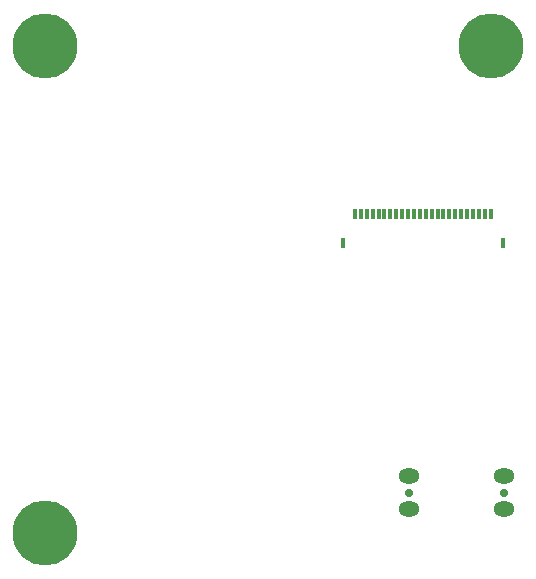
<source format=gbs>
%TF.GenerationSoftware,KiCad,Pcbnew,9.0.6*%
%TF.CreationDate,2025-12-10T11:17:06+01:00*%
%TF.ProjectId,CO2Monitor,434f324d-6f6e-4697-946f-722e6b696361,rev?*%
%TF.SameCoordinates,PX83b1de0PY8351ad0*%
%TF.FileFunction,Soldermask,Bot*%
%TF.FilePolarity,Negative*%
%FSLAX46Y46*%
G04 Gerber Fmt 4.6, Leading zero omitted, Abs format (unit mm)*
G04 Created by KiCad (PCBNEW 9.0.6) date 2025-12-10 11:17:06*
%MOMM*%
%LPD*%
G01*
G04 APERTURE LIST*
%ADD10C,0.710000*%
%ADD11O,1.804000X1.304000*%
%ADD12C,5.500000*%
%ADD13R,0.355600X0.838200*%
%ADD14R,0.406400X0.838200*%
G04 APERTURE END LIST*
D10*
%TO.C,J2*%
X43808001Y8375499D03*
X35808001Y8375499D03*
D11*
X43808001Y6945499D03*
X35808001Y6945499D03*
X43808001Y9805499D03*
X35808001Y9805499D03*
%TD*%
D12*
%TO.C,H3*%
X42688000Y46185000D03*
%TD*%
%TO.C,H2*%
X4975000Y46185000D03*
%TD*%
%TO.C,H1*%
X4975000Y4975000D03*
%TD*%
D13*
%TO.C,J1*%
X42690502Y31983000D03*
X42190501Y31983000D03*
X41690502Y31983000D03*
X41190500Y31983000D03*
X40690501Y31983000D03*
X40190502Y31983000D03*
X39690501Y31983000D03*
X39190502Y31983000D03*
X38690500Y31983000D03*
X38190501Y31983000D03*
X37690502Y31983000D03*
X37190501Y31983000D03*
X36690501Y31983000D03*
X36190500Y31983000D03*
X35690501Y31983000D03*
X35190502Y31983000D03*
X34690500Y31983000D03*
X34190501Y31983000D03*
X33690500Y31983000D03*
X33190501Y31983000D03*
X32690502Y31983000D03*
X32190500Y31983000D03*
X31690501Y31983000D03*
X31190502Y31983000D03*
D14*
X43690500Y29483000D03*
X30190502Y29483000D03*
%TD*%
M02*

</source>
